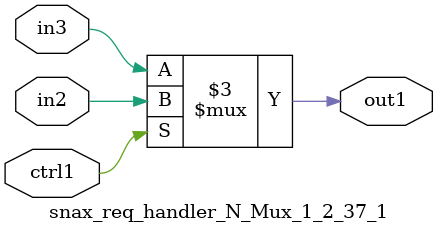
<source format=v>

`timescale 1ps / 1ps


module snax_req_handler_N_Mux_1_2_37_1( in3, in2, ctrl1, out1 );

    input in3;
    input in2;
    input ctrl1;
    output out1;
    reg out1;

    
    // rtl_process:snax_req_handler_N_Mux_1_2_37_1/snax_req_handler_N_Mux_1_2_37_1_thread_1
    always @*
      begin : snax_req_handler_N_Mux_1_2_37_1_thread_1
        case (ctrl1) 
          1'b1: 
            begin
              out1 = in2;
            end
          default: 
            begin
              out1 = in3;
            end
        endcase
      end

endmodule



</source>
